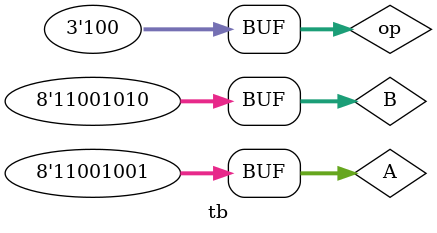
<source format=v>
module tb ();
reg [7:0] A, B;
reg [2:0]op;
wire [7:0] out, rm;
wire [6:0] seg1, seg2, seg3, seg4, seg5;
    top top(A, B, op, seg1, seg2, seg3, seg4, seg5);

    initial begin
        $dumpfile("test.vcd");
        $dumpvars(0, tb);
        
        A = 8'd10; B = 8'd2; op = 3'd0;
        #10
        A = 8'd10; B = 8'd12; op = 3'd1;
        #10
        A = 8'd111; B = 8'd2; op = 3'd2;
        #10
        A = 8'd0; B = 8'd200; op = 3'd3;
        #10
        A = 8'd201; B = 8'd202; op = 3'd4;
        
    end

endmodule
</source>
